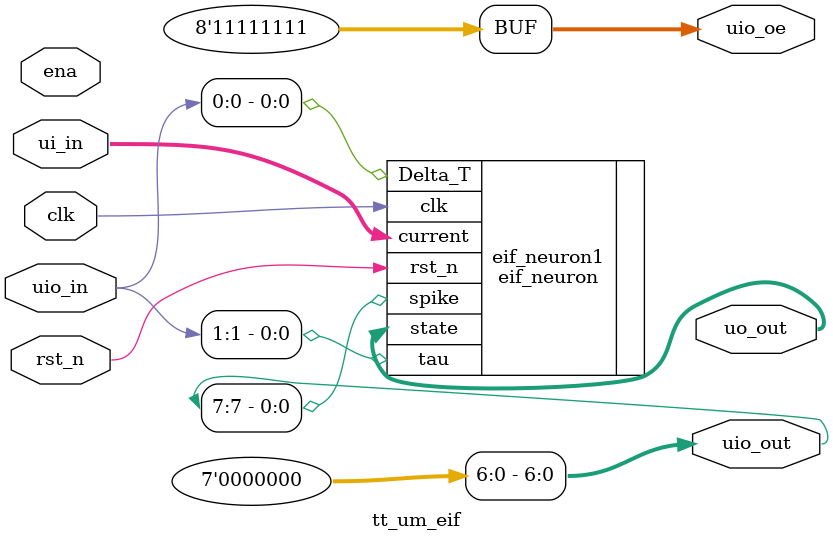
<source format=v>
`default_nettype none

module tt_um_eif (
    input  wire [7:0] ui_in,    // Dedicated inputs - connected to the input switches
    output wire [7:0] uo_out,   // Dedicated outputs - connected to the 7 segment display
    input  wire [7:0] uio_in,   // IOs: Bidirectional Input path
    output wire [7:0] uio_out,  // IOs: Bidirectional Output path
    output wire [7:0] uio_oe,   // IOs: Bidirectional Enable path (active high: 0=input, 1=output)
    input  wire       ena,      // will go high when the design is enabled
    input  wire       clk,      // clock
    input  wire       rst_n     // reset_n - low to reset
);

    
    // use bidirectionals as outputs
    assign uio_oe = 8'b11111111;
    assign uio_out[6:0] = 6'd0;
    


    // instantiate lif neuron 
    eif_neuron eif_neuron1(.current(ui_in), .clk(clk), .rst_n(rst_n), .spike(uio_out[7]), .state(uo_out), .Delta_T(uio_in[0]), .tau(uio_in[1]),);

endmodule

</source>
